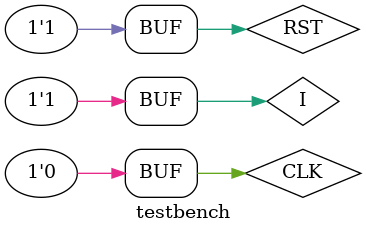
<source format=v>
`timescale 1ns / 1ps
`include "MOD8_UPCOUNTER.v"

module testbench;

	// Inputs
	reg I;
	reg CLK;
	reg RST;

	// Outputs
	wire [2:0] Q;
	wire LED;
	reg [32:0] i;
	// Instantiate the Unit Under Test (UUT)
	MOD8_UPCOUNTER uut (
		.I(I), 
		.CLK(CLK), 
		.RST(RST), 
		.Q(Q), 
		.LED(LED)
	);

	initial begin
		// Initialize Inputs
		I = 0;
		CLK = 0;
		RST = 0;

		// Wait 100 ns for global reset to finish
		#100;
        
		RST = 0;
		CLK = ~CLK; #5; CLK = ~CLK; #5;
		CLK = ~CLK; #5; CLK = ~CLK; #5;
		RST = 1;
		I = 0;
		CLK = ~CLK; #5; CLK = ~CLK; #5;
		CLK = ~CLK; #5; CLK = ~CLK; #5;
		I = 1;
		CLK = ~CLK; #5; CLK = ~CLK; #5;
		CLK = ~CLK; #5; CLK = ~CLK; #5;
		CLK = ~CLK; #5; CLK = ~CLK; #5;
		CLK = ~CLK; #5; CLK = ~CLK; #5;
		I = 0;
		CLK = ~CLK; #5; CLK = ~CLK; #5;
		CLK = ~CLK; #5; CLK = ~CLK; #5;
		CLK = ~CLK; #5; CLK = ~CLK; #5;
		I = 1;
		CLK = ~CLK; #5; CLK = ~CLK; #5;
		CLK = ~CLK; #5; CLK = ~CLK; #5;
		RST = 0;
		CLK = ~CLK; #5; CLK = ~CLK; #5;
		CLK = ~CLK; #5; CLK = ~CLK; #5;
		CLK = ~CLK; #5; CLK = ~CLK; #5;
		CLK = ~CLK; #5; CLK = ~CLK; #5;
		RST = 1;
		CLK = ~CLK; #5; CLK = ~CLK; #5;
		CLK = ~CLK; #5; CLK = ~CLK; #5;
		CLK = ~CLK; #5; CLK = ~CLK; #5;
		CLK = ~CLK; #5; CLK = ~CLK; #5;
		CLK = ~CLK; #5; CLK = ~CLK; #5;
		CLK = ~CLK; #5; CLK = ~CLK; #5;
		CLK = ~CLK; #5; CLK = ~CLK; #5;
		CLK = ~CLK; #5; CLK = ~CLK; #5;
		CLK = ~CLK; #5; CLK = ~CLK; #5;
		CLK = ~CLK; #5; CLK = ~CLK; #5;
		CLK = ~CLK; #5; CLK = ~CLK; #5;
		CLK = ~CLK; #5; CLK = ~CLK; #5;
		CLK = ~CLK; #5; CLK = ~CLK; #5;
		CLK = ~CLK; #5; CLK = ~CLK; #5;
		CLK = ~CLK; #5; CLK = ~CLK; #5;
		CLK = ~CLK; #5; CLK = ~CLK; #5;
		CLK = ~CLK; #5; CLK = ~CLK; #5;
		CLK = ~CLK; #5; CLK = ~CLK; #5;
		CLK = ~CLK; #5; CLK = ~CLK; #5;
		CLK = ~CLK; #5; CLK = ~CLK; #5;
		CLK = ~CLK; #5; CLK = ~CLK; #5;
		CLK = ~CLK; #5; CLK = ~CLK; #5;
		CLK = ~CLK; #5; CLK = ~CLK; #5;
		CLK = ~CLK; #5; CLK = ~CLK; #5;
	end
      
endmodule


</source>
